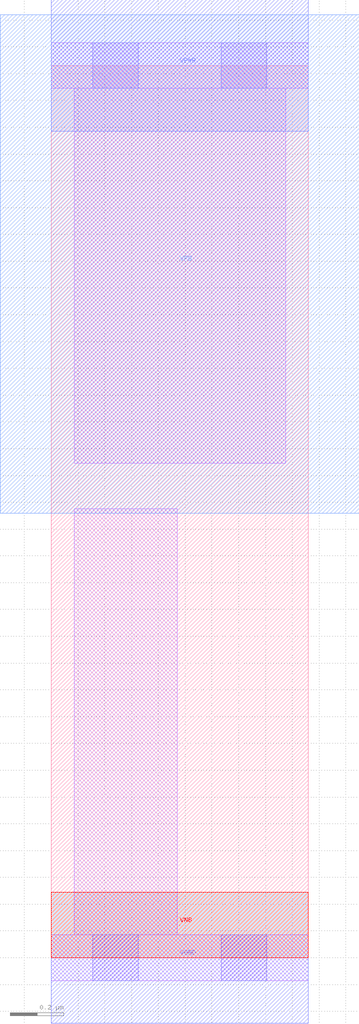
<source format=lef>
# Copyright 2020 The SkyWater PDK Authors
#
# Licensed under the Apache License, Version 2.0 (the "License");
# you may not use this file except in compliance with the License.
# You may obtain a copy of the License at
#
#     https://www.apache.org/licenses/LICENSE-2.0
#
# Unless required by applicable law or agreed to in writing, software
# distributed under the License is distributed on an "AS IS" BASIS,
# WITHOUT WARRANTIES OR CONDITIONS OF ANY KIND, either express or implied.
# See the License for the specific language governing permissions and
# limitations under the License.
#
# SPDX-License-Identifier: Apache-2.0

VERSION 5.7 ;
  NOWIREEXTENSIONATPIN ON ;
  DIVIDERCHAR "/" ;
  BUSBITCHARS "[]" ;
MACRO sky130_fd_sc_ls__decaphe_2
  CLASS CORE ;
  FOREIGN sky130_fd_sc_ls__decaphe_2 ;
  ORIGIN  0.000000  0.000000 ;
  SIZE  0.960000 BY  3.330000 ;
  SYMMETRY X Y R90 ;
  SITE unit ;
  PIN VGND
    DIRECTION INOUT ;
    SHAPE ABUTMENT ;
    USE GROUND ;
    PORT
      LAYER met1 ;
        RECT 0.000000 -0.245000 0.960000 0.245000 ;
    END
  END VGND
  PIN VNB
    DIRECTION INOUT ;
    USE GROUND ;
    PORT
      LAYER pwell ;
        RECT 0.000000 0.000000 0.960000 0.245000 ;
    END
  END VNB
  PIN VPB
    DIRECTION INOUT ;
    USE POWER ;
    PORT
      LAYER nwell ;
        RECT -0.190000 1.660000 1.150000 3.520000 ;
    END
  END VPB
  PIN VPWR
    DIRECTION INOUT ;
    SHAPE ABUTMENT ;
    USE POWER ;
    PORT
      LAYER met1 ;
        RECT 0.000000 3.085000 0.960000 3.575000 ;
    END
  END VPWR
  OBS
    LAYER li1 ;
      RECT 0.000000 -0.085000 0.960000 0.085000 ;
      RECT 0.000000  3.245000 0.960000 3.415000 ;
      RECT 0.085000  0.085000 0.470000 1.675000 ;
      RECT 0.085000  1.845000 0.875000 3.245000 ;
    LAYER mcon ;
      RECT 0.155000 -0.085000 0.325000 0.085000 ;
      RECT 0.155000  3.245000 0.325000 3.415000 ;
      RECT 0.635000 -0.085000 0.805000 0.085000 ;
      RECT 0.635000  3.245000 0.805000 3.415000 ;
  END
END sky130_fd_sc_ls__decaphe_2
END LIBRARY

</source>
